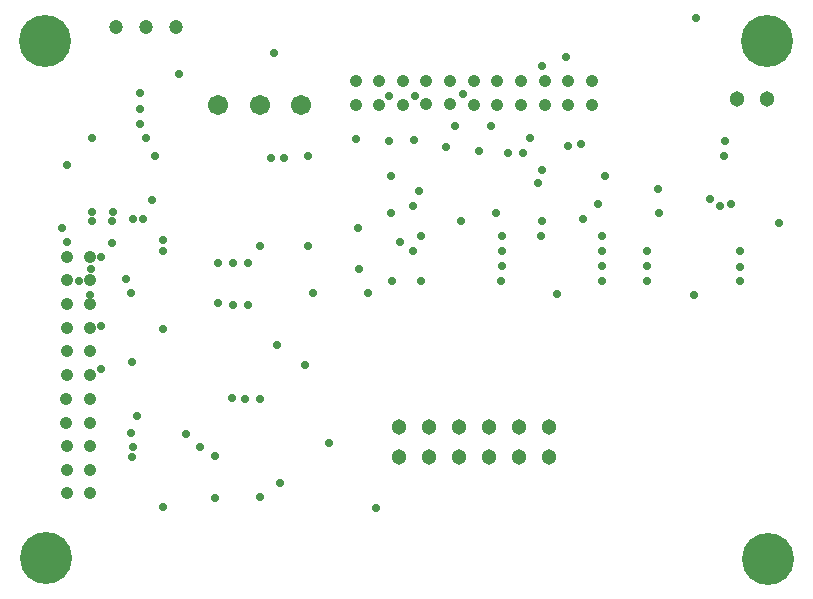
<source format=gbs>
G04*
G04 #@! TF.GenerationSoftware,Altium Limited,Altium Designer,19.1.7 (138)*
G04*
G04 Layer_Color=16711833*
%FSLAX25Y25*%
%MOIN*%
G70*
G01*
G75*
%ADD38C,0.05131*%
%ADD39C,0.17335*%
%ADD40C,0.06706*%
%ADD41C,0.04737*%
%ADD42C,0.04200*%
%ADD43C,0.02800*%
D38*
X345100Y265700D02*
D03*
X355100D02*
D03*
X282198Y146301D02*
D03*
Y156301D02*
D03*
X272198D02*
D03*
Y146301D02*
D03*
X262198D02*
D03*
Y156301D02*
D03*
X252198D02*
D03*
Y146301D02*
D03*
X242198D02*
D03*
Y156301D02*
D03*
X232198D02*
D03*
Y146301D02*
D03*
D39*
X355200Y112400D02*
D03*
X114500Y112600D02*
D03*
X355100Y285000D02*
D03*
X114400D02*
D03*
D40*
X199600Y263500D02*
D03*
X185800D02*
D03*
X172000D02*
D03*
D41*
X158000Y289500D02*
D03*
X148000D02*
D03*
X138000D02*
D03*
D42*
X296654Y263757D02*
D03*
X288754D02*
D03*
X272954D02*
D03*
X280854D02*
D03*
X265054D02*
D03*
X257154D02*
D03*
X241354Y263857D02*
D03*
X249254D02*
D03*
X233454Y263757D02*
D03*
X225554D02*
D03*
X217854D02*
D03*
Y271557D02*
D03*
X225554D02*
D03*
X233454D02*
D03*
X249254Y271657D02*
D03*
X241354D02*
D03*
X257154Y271557D02*
D03*
X265054D02*
D03*
X280854D02*
D03*
X272954D02*
D03*
X288754D02*
D03*
X296654D02*
D03*
X121500Y213100D02*
D03*
Y205200D02*
D03*
Y189400D02*
D03*
Y197300D02*
D03*
Y181500D02*
D03*
Y173600D02*
D03*
X121400Y157800D02*
D03*
Y165700D02*
D03*
X121500Y149900D02*
D03*
Y142000D02*
D03*
Y134300D02*
D03*
X129300D02*
D03*
Y142000D02*
D03*
Y149900D02*
D03*
X129200Y165700D02*
D03*
Y157800D02*
D03*
X129300Y173600D02*
D03*
Y181500D02*
D03*
Y197300D02*
D03*
Y189400D02*
D03*
Y205200D02*
D03*
Y213100D02*
D03*
D43*
X331200Y292500D02*
D03*
X318800Y227700D02*
D03*
X359000Y224400D02*
D03*
X266300Y205000D02*
D03*
X266500Y210050D02*
D03*
X279700Y219900D02*
D03*
X280000Y225000D02*
D03*
X170900Y132700D02*
D03*
X209000Y151100D02*
D03*
X224700Y129200D02*
D03*
X339400Y229900D02*
D03*
X335900Y232300D02*
D03*
X143500Y149800D02*
D03*
X166000Y149500D02*
D03*
X142912Y154363D02*
D03*
X161200Y154100D02*
D03*
X201000Y177000D02*
D03*
X186000Y132900D02*
D03*
X192772Y137772D02*
D03*
X276000Y252500D02*
D03*
X273500Y247500D02*
D03*
X280000Y242000D02*
D03*
X288000Y279500D02*
D03*
X280000Y276500D02*
D03*
X190500Y281000D02*
D03*
X318500Y235500D02*
D03*
X340500Y246500D02*
D03*
X237500Y266500D02*
D03*
X266500Y220000D02*
D03*
X176500Y166000D02*
D03*
X120000Y222500D02*
D03*
X121500Y218000D02*
D03*
X150000Y232000D02*
D03*
X258854Y248354D02*
D03*
X143500Y225500D02*
D03*
X136516Y225000D02*
D03*
X153500Y215000D02*
D03*
X145000Y160000D02*
D03*
X129500Y209000D02*
D03*
X145923Y257423D02*
D03*
X145846Y262346D02*
D03*
X346000Y215000D02*
D03*
X315000D02*
D03*
X300000Y220000D02*
D03*
X298500Y230500D02*
D03*
X288500Y250000D02*
D03*
X293000Y250500D02*
D03*
X239500Y205000D02*
D03*
X237000Y215000D02*
D03*
X253000Y225000D02*
D03*
X143129Y177871D02*
D03*
X137000Y228000D02*
D03*
X130000D02*
D03*
X153500Y218500D02*
D03*
X141146Y205646D02*
D03*
X143000Y201000D02*
D03*
X129300Y200300D02*
D03*
X125500Y205000D02*
D03*
X136765Y217500D02*
D03*
X133000Y190000D02*
D03*
X153500Y189000D02*
D03*
X147000Y225500D02*
D03*
X133100Y213100D02*
D03*
X130000Y225000D02*
D03*
X171000Y146500D02*
D03*
X143300Y146300D02*
D03*
X153500Y129500D02*
D03*
X203500Y201000D02*
D03*
X151000Y246500D02*
D03*
X148000Y252500D02*
D03*
X130000D02*
D03*
X133000Y175800D02*
D03*
X301000Y240000D02*
D03*
X293500Y225500D02*
D03*
X263000Y256500D02*
D03*
X268500Y247500D02*
D03*
X278500Y237500D02*
D03*
X253500Y267411D02*
D03*
X264500Y227500D02*
D03*
X237311Y252000D02*
D03*
X239000Y235000D02*
D03*
X237000Y230000D02*
D03*
X239500Y220000D02*
D03*
X229000Y251500D02*
D03*
X217854Y252146D02*
D03*
X248000Y249500D02*
D03*
X121700Y243700D02*
D03*
X341000Y251500D02*
D03*
X343000Y230500D02*
D03*
X186000Y216500D02*
D03*
X202000D02*
D03*
X284972Y200528D02*
D03*
X330546Y200183D02*
D03*
X172000Y197500D02*
D03*
X181000Y165500D02*
D03*
X177000Y197000D02*
D03*
X186000Y165500D02*
D03*
X182000Y197000D02*
D03*
X191772Y183772D02*
D03*
X172000Y211000D02*
D03*
X177000D02*
D03*
X182000D02*
D03*
X146000Y267500D02*
D03*
X159000Y274000D02*
D03*
X189500Y246000D02*
D03*
X194000D02*
D03*
X202000Y246500D02*
D03*
X222000Y201000D02*
D03*
X230000Y205000D02*
D03*
X218500Y222500D02*
D03*
X219000Y209000D02*
D03*
X266500Y215000D02*
D03*
X300000D02*
D03*
X300000Y205000D02*
D03*
X315000Y205000D02*
D03*
X346000D02*
D03*
Y209500D02*
D03*
X315000Y210000D02*
D03*
X232500Y218000D02*
D03*
X300000Y210000D02*
D03*
X251000Y256500D02*
D03*
X229000Y266500D02*
D03*
X229500Y240000D02*
D03*
Y227500D02*
D03*
M02*

</source>
